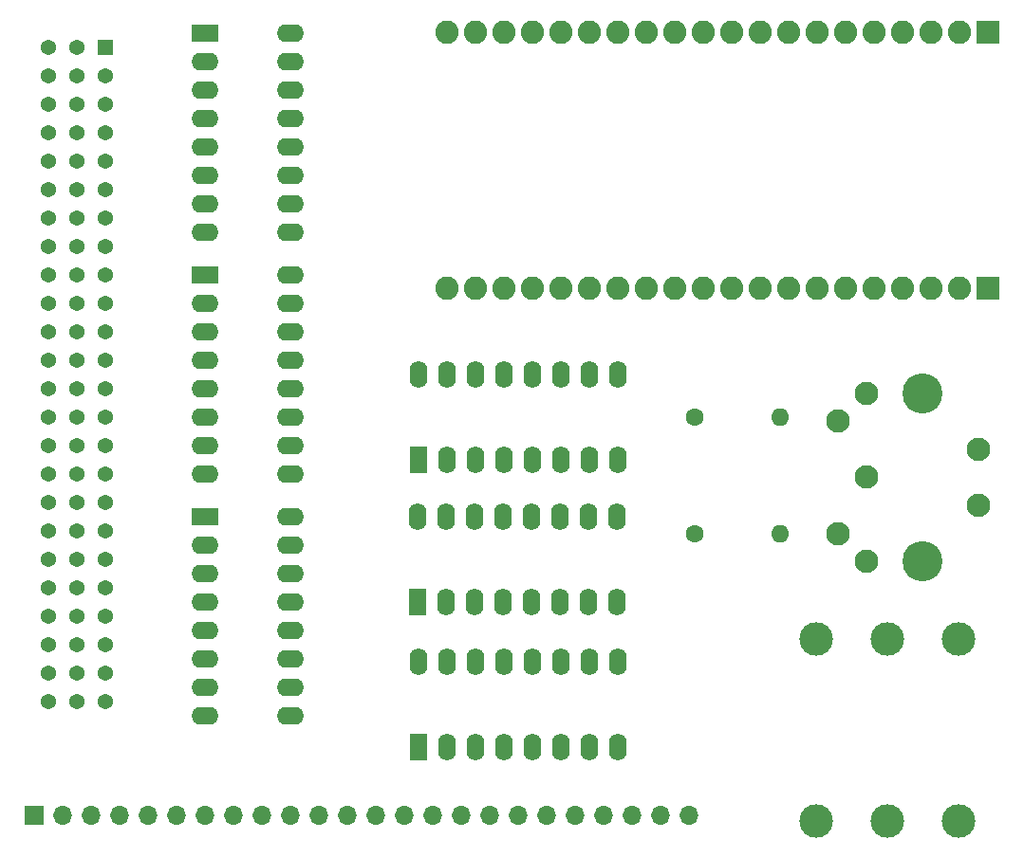
<source format=gbr>
%TF.GenerationSoftware,KiCad,Pcbnew,(6.0.10-0)*%
%TF.CreationDate,2023-11-17T22:41:50+01:00*%
%TF.ProjectId,JazzHands-v0.2,4a617a7a-4861-46e6-9473-2d76302e322e,rev?*%
%TF.SameCoordinates,Original*%
%TF.FileFunction,Soldermask,Bot*%
%TF.FilePolarity,Negative*%
%FSLAX46Y46*%
G04 Gerber Fmt 4.6, Leading zero omitted, Abs format (unit mm)*
G04 Created by KiCad (PCBNEW (6.0.10-0)) date 2023-11-17 22:41:50*
%MOMM*%
%LPD*%
G01*
G04 APERTURE LIST*
G04 Aperture macros list*
%AMRoundRect*
0 Rectangle with rounded corners*
0 $1 Rounding radius*
0 $2 $3 $4 $5 $6 $7 $8 $9 X,Y pos of 4 corners*
0 Add a 4 corners polygon primitive as box body*
4,1,4,$2,$3,$4,$5,$6,$7,$8,$9,$2,$3,0*
0 Add four circle primitives for the rounded corners*
1,1,$1+$1,$2,$3*
1,1,$1+$1,$4,$5*
1,1,$1+$1,$6,$7*
1,1,$1+$1,$8,$9*
0 Add four rect primitives between the rounded corners*
20,1,$1+$1,$2,$3,$4,$5,0*
20,1,$1+$1,$4,$5,$6,$7,0*
20,1,$1+$1,$6,$7,$8,$9,0*
20,1,$1+$1,$8,$9,$2,$3,0*%
G04 Aperture macros list end*
%ADD10R,1.370000X1.370000*%
%ADD11C,1.370000*%
%ADD12R,2.400000X1.600000*%
%ADD13O,2.400000X1.600000*%
%ADD14C,1.600000*%
%ADD15O,1.600000X1.600000*%
%ADD16C,3.000000*%
%ADD17R,1.600000X2.400000*%
%ADD18O,1.600000X2.400000*%
%ADD19C,2.100000*%
%ADD20C,3.585000*%
%ADD21RoundRect,0.101600X0.939800X-0.939800X0.939800X0.939800X-0.939800X0.939800X-0.939800X-0.939800X0*%
%ADD22C,2.082800*%
%ADD23R,1.700000X1.700000*%
%ADD24O,1.700000X1.700000*%
G04 APERTURE END LIST*
D10*
%TO.C,J1*%
X148580000Y-53370000D03*
D11*
X146040000Y-53370000D03*
X143500000Y-53370000D03*
X148580000Y-55910000D03*
X146040000Y-55910000D03*
X143500000Y-55910000D03*
X148580000Y-58450000D03*
X146040000Y-58450000D03*
X143500000Y-58450000D03*
X148580000Y-60990000D03*
X146040000Y-60990000D03*
X143500000Y-60990000D03*
X148580000Y-63530000D03*
X146040000Y-63530000D03*
X143500000Y-63530000D03*
X148580000Y-66070000D03*
X146040000Y-66070000D03*
X143500000Y-66070000D03*
X148580000Y-68610000D03*
X146040000Y-68610000D03*
X143500000Y-68610000D03*
X148580000Y-71150000D03*
X146040000Y-71150000D03*
X143500000Y-71150000D03*
X148580000Y-73690000D03*
X146040000Y-73690000D03*
X143500000Y-73690000D03*
X148580000Y-76230000D03*
X146040000Y-76230000D03*
X143500000Y-76230000D03*
X148580000Y-78770000D03*
X146040000Y-78770000D03*
X143500000Y-78770000D03*
X148580000Y-81310000D03*
X146040000Y-81310000D03*
X143500000Y-81310000D03*
X148580000Y-83850000D03*
X146040000Y-83850000D03*
X143500000Y-83850000D03*
X148580000Y-86390000D03*
X146040000Y-86390000D03*
X143500000Y-86390000D03*
X148580000Y-88930000D03*
X146040000Y-88930000D03*
X143500000Y-88930000D03*
X148580000Y-91470000D03*
X146040000Y-91470000D03*
X143500000Y-91470000D03*
X148580000Y-94010000D03*
X146040000Y-94010000D03*
X143500000Y-94010000D03*
X148580000Y-96550000D03*
X146040000Y-96550000D03*
X143500000Y-96550000D03*
X148580000Y-99090000D03*
X146040000Y-99090000D03*
X143500000Y-99090000D03*
X148580000Y-101630000D03*
X146040000Y-101630000D03*
X143500000Y-101630000D03*
X148580000Y-104170000D03*
X146040000Y-104170000D03*
X143500000Y-104170000D03*
X148580000Y-106710000D03*
X146040000Y-106710000D03*
X143500000Y-106710000D03*
X148580000Y-109250000D03*
X146040000Y-109250000D03*
X143500000Y-109250000D03*
X148580000Y-111790000D03*
X146040000Y-111790000D03*
X143500000Y-111790000D03*
%TD*%
D12*
%TO.C,R1-8*%
X157480000Y-52060000D03*
D13*
X157480000Y-54600000D03*
X157480000Y-57140000D03*
X157480000Y-59680000D03*
X157480000Y-62220000D03*
X157480000Y-64760000D03*
X157480000Y-67300000D03*
X157480000Y-69840000D03*
X165100000Y-69840000D03*
X165100000Y-67300000D03*
X165100000Y-64760000D03*
X165100000Y-62220000D03*
X165100000Y-59680000D03*
X165100000Y-57140000D03*
X165100000Y-54600000D03*
X165100000Y-52060000D03*
%TD*%
D14*
%TO.C,R2*%
X201220000Y-96760000D03*
D15*
X208840000Y-96760000D03*
%TD*%
D14*
%TO.C,R1*%
X201220000Y-86360000D03*
D15*
X208840000Y-86360000D03*
%TD*%
D16*
%TO.C,PEDAL1*%
X218355000Y-106185000D03*
X218355000Y-122415000D03*
X224705000Y-106185000D03*
X224705000Y-122415000D03*
X212005000Y-106185000D03*
X212005000Y-122415000D03*
%TD*%
D17*
%TO.C,SHIFT2*%
X176480000Y-102860000D03*
D18*
X179020000Y-102860000D03*
X181560000Y-102860000D03*
X184100000Y-102860000D03*
X186640000Y-102860000D03*
X189180000Y-102860000D03*
X191720000Y-102860000D03*
X194260000Y-102860000D03*
X194260000Y-95240000D03*
X191720000Y-95240000D03*
X189180000Y-95240000D03*
X186640000Y-95240000D03*
X184100000Y-95240000D03*
X181560000Y-95240000D03*
X179020000Y-95240000D03*
X176480000Y-95240000D03*
%TD*%
D19*
%TO.C,MIDI1*%
X216500000Y-84237500D03*
X216500000Y-91742500D03*
X216500000Y-99247500D03*
X214010000Y-86737500D03*
X214010000Y-96747500D03*
X226510000Y-89242500D03*
X226510000Y-94242500D03*
D20*
X221510000Y-84237500D03*
X221510000Y-99247500D03*
%TD*%
D17*
%TO.C,SHIFT3*%
X176520000Y-90160000D03*
D18*
X179060000Y-90160000D03*
X181600000Y-90160000D03*
X184140000Y-90160000D03*
X186680000Y-90160000D03*
X189220000Y-90160000D03*
X191760000Y-90160000D03*
X194300000Y-90160000D03*
X194300000Y-82540000D03*
X191760000Y-82540000D03*
X189220000Y-82540000D03*
X186680000Y-82540000D03*
X184140000Y-82540000D03*
X181600000Y-82540000D03*
X179060000Y-82540000D03*
X176520000Y-82540000D03*
%TD*%
D12*
%TO.C,R17-24*%
X157480000Y-95240000D03*
D13*
X157480000Y-97780000D03*
X157480000Y-100320000D03*
X157480000Y-102860000D03*
X157480000Y-105400000D03*
X157480000Y-107940000D03*
X157480000Y-110480000D03*
X157480000Y-113020000D03*
X165100000Y-113020000D03*
X165100000Y-110480000D03*
X165100000Y-107940000D03*
X165100000Y-105400000D03*
X165100000Y-102860000D03*
X165100000Y-100320000D03*
X165100000Y-97780000D03*
X165100000Y-95240000D03*
%TD*%
D17*
%TO.C,SHIFT1*%
X176520000Y-115840000D03*
D18*
X179060000Y-115840000D03*
X181600000Y-115840000D03*
X184140000Y-115840000D03*
X186680000Y-115840000D03*
X189220000Y-115840000D03*
X191760000Y-115840000D03*
X194300000Y-115840000D03*
X194300000Y-108220000D03*
X191760000Y-108220000D03*
X189220000Y-108220000D03*
X186680000Y-108220000D03*
X184140000Y-108220000D03*
X181600000Y-108220000D03*
X179060000Y-108220000D03*
X176520000Y-108220000D03*
%TD*%
D21*
%TO.C,B1*%
X227330000Y-74855800D03*
D22*
X224790000Y-74855800D03*
X222250000Y-74855800D03*
X219710000Y-74855800D03*
X217170000Y-74855800D03*
X214630000Y-74855800D03*
X212090000Y-74855800D03*
X209550000Y-74855800D03*
X207010000Y-74855800D03*
X204470000Y-74855800D03*
X201930000Y-74855800D03*
X199390000Y-74855800D03*
X196850000Y-74855800D03*
X194310000Y-74855800D03*
X191770000Y-74855800D03*
X189230000Y-74855800D03*
X186690000Y-74855800D03*
X184150000Y-74855800D03*
X181610000Y-74855800D03*
X179070000Y-74855800D03*
X179070000Y-51995800D03*
X181610000Y-51995800D03*
X184150000Y-51995800D03*
X186690000Y-51995800D03*
X189230000Y-51995800D03*
X191770000Y-51995800D03*
X194310000Y-51995800D03*
X196850000Y-51995800D03*
X199390000Y-51995800D03*
X201930000Y-51995800D03*
X204470000Y-51995800D03*
X207010000Y-51995800D03*
X209550000Y-51995800D03*
X212090000Y-51995800D03*
X214630000Y-51995800D03*
X217170000Y-51995800D03*
X219710000Y-51995800D03*
X222250000Y-51995800D03*
X224790000Y-51995800D03*
D21*
X227330000Y-51995800D03*
%TD*%
D23*
%TO.C,BREAKOUT1*%
X142240000Y-121920000D03*
D24*
X144780000Y-121920000D03*
X147320000Y-121920000D03*
X149860000Y-121920000D03*
X152400000Y-121920000D03*
X154940000Y-121920000D03*
X157480000Y-121920000D03*
X160020000Y-121920000D03*
X162560000Y-121920000D03*
X165100000Y-121920000D03*
X167640000Y-121920000D03*
X170180000Y-121920000D03*
X172720000Y-121920000D03*
X175260000Y-121920000D03*
X177800000Y-121920000D03*
X180340000Y-121920000D03*
X182880000Y-121920000D03*
X185420000Y-121920000D03*
X187960000Y-121920000D03*
X190500000Y-121920000D03*
X193040000Y-121920000D03*
X195580000Y-121920000D03*
X198120000Y-121920000D03*
X200660000Y-121920000D03*
%TD*%
D12*
%TO.C,R9-16*%
X157480000Y-73660000D03*
D13*
X157480000Y-76200000D03*
X157480000Y-78740000D03*
X157480000Y-81280000D03*
X157480000Y-83820000D03*
X157480000Y-86360000D03*
X157480000Y-88900000D03*
X157480000Y-91440000D03*
X165100000Y-91440000D03*
X165100000Y-88900000D03*
X165100000Y-86360000D03*
X165100000Y-83820000D03*
X165100000Y-81280000D03*
X165100000Y-78740000D03*
X165100000Y-76200000D03*
X165100000Y-73660000D03*
%TD*%
M02*

</source>
